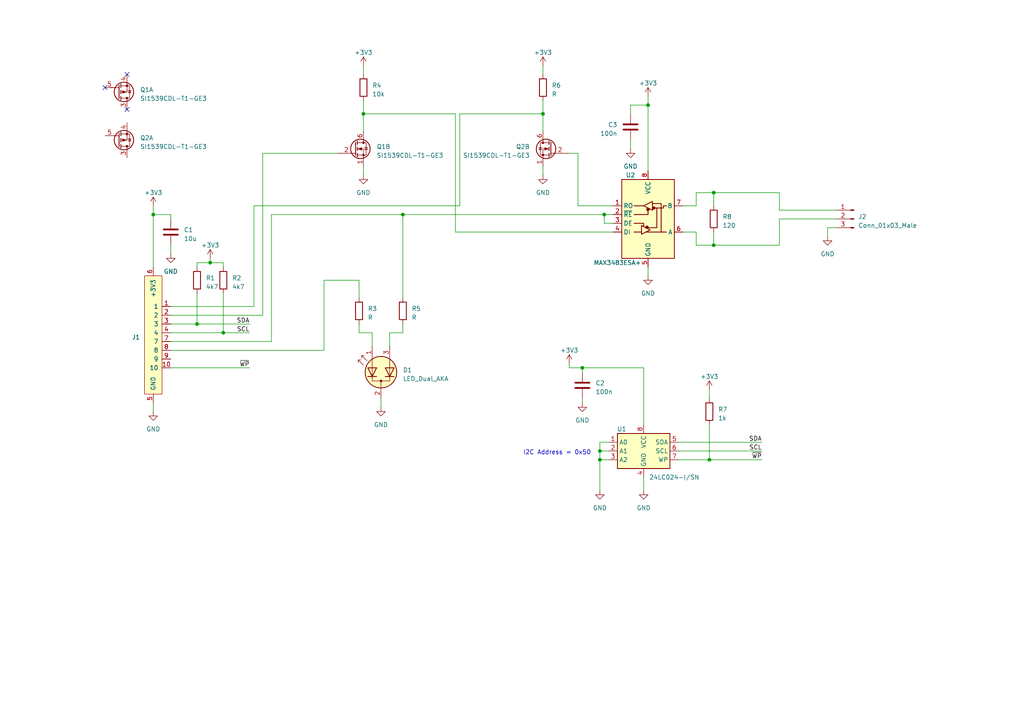
<source format=kicad_sch>
(kicad_sch (version 20210406) (generator eeschema)
  (paper "A4")
  (lib_symbols
    (symbol "Connector:Conn_01x03_Male" (pin_names (offset 1.016) hide)
      (property "Reference" "J" (at 0 5.08 0))
      (property "Value" "Conn_01x03_Male" (at 0 -5.08 0))
      (symbol "Conn_01x03_Male_1_1"
        (rectangle (start 0.8636 -2.413) (end 0 -2.667) (stroke (width 0.1524)) (fill (type outline)))
        (rectangle (start 0.8636 0.127) (end 0 -0.127) (stroke (width 0.1524)) (fill (type outline)))
        (rectangle (start 0.8636 2.667) (end 0 2.413) (stroke (width 0.1524)) (fill (type outline)))
        (polyline (pts (xy 1.27 -2.54) (xy 0.8636 -2.54)) (stroke (width 0.1524)))
        (polyline (pts (xy 1.27 0) (xy 0.8636 0)) (stroke (width 0.1524)))
        (polyline (pts (xy 1.27 2.54) (xy 0.8636 2.54)) (stroke (width 0.1524)))
        (pin passive line (at 5.08 2.54 180) (length 3.81) (name "Pin_1") (number "1"))
        (pin passive line (at 5.08 0 180) (length 3.81) (name "Pin_2") (number "2"))
        (pin passive line (at 5.08 -2.54 180) (length 3.81) (name "Pin_3") (number "3"))
      )
    )
    (symbol "Connector_WUT:Connector_PMOD_2x6_Peripheral" (pin_names (offset 1.016))
      (property "Reference" "J" (at 0 19.05 0))
      (symbol "Connector_PMOD_2x6_Peripheral_0_1"
        (rectangle (start -2.54 17.78) (end 2.54 -16.51) (fill (type background)))
      )
      (symbol "Connector_PMOD_2x6_Peripheral_1_1"
        (pin bidirectional line (at 5.08 8.89 180) (length 2.54) (name "1") (number "1"))
        (pin bidirectional line (at 5.08 -8.89 180) (length 2.54) (name "10") (number "10"))
        (pin passive line (at 0 -19.05 90) (length 2.54) hide (name "GND") (number "11"))
        (pin passive line (at 0 20.32 270) (length 2.54) hide (name "+3V3") (number "12"))
        (pin bidirectional line (at 5.08 6.35 180) (length 2.54) (name "2") (number "2"))
        (pin bidirectional line (at 5.08 3.81 180) (length 2.54) (name "3") (number "3"))
        (pin bidirectional line (at 5.08 1.27 180) (length 2.54) (name "4") (number "4"))
        (pin power_out line (at 0 -19.05 90) (length 2.54) (name "GND") (number "5"))
        (pin power_out line (at 0 20.32 270) (length 2.54) (name "+3V3") (number "6"))
        (pin bidirectional line (at 5.08 -1.27 180) (length 2.54) (name "7") (number "7"))
        (pin bidirectional line (at 5.08 -3.81 180) (length 2.54) (name "8") (number "8"))
        (pin bidirectional line (at 5.08 -6.35 180) (length 2.54) (name "9") (number "9"))
      )
    )
    (symbol "Device:C" (pin_numbers hide) (pin_names (offset 0.254))
      (property "Reference" "C" (at 0.635 2.54 0))
      (property "Value" "C" (at 0.635 -2.54 0))
      (symbol "C_0_1"
        (polyline (pts (xy -2.032 -0.762) (xy 2.032 -0.762)) (stroke (width 0.508)))
        (polyline (pts (xy -2.032 0.762) (xy 2.032 0.762)) (stroke (width 0.508)))
      )
      (symbol "C_1_1"
        (pin passive line (at 0 3.81 270) (length 2.794) (name "~") (number "1"))
        (pin passive line (at 0 -3.81 90) (length 2.794) (name "~") (number "2"))
      )
    )
    (symbol "Device:LED_Dual_AKA" (pin_names (offset 0) hide)
      (property "Reference" "D" (at 0 5.715 0))
      (property "Value" "LED_Dual_AKA" (at 0 -6.35 0))
      (symbol "LED_Dual_AKA_0_1"
        (circle (center -2.54 0) (radius 0.2794) (fill (type outline)))
        (circle (center 0 0) (radius 4.572) (stroke (width 0.254)) (fill (type background)))
        (polyline (pts (xy -4.572 0) (xy -2.54 0)))
        (polyline (pts (xy -1.27 -1.27) (xy -1.27 -3.81)) (stroke (width 0.254)))
        (polyline (pts (xy -1.27 1.27) (xy -1.27 3.81)) (stroke (width 0.254)))
        (polyline (pts (xy 3.81 -2.54) (xy 1.905 -2.54)))
        (polyline (pts (xy 3.81 2.54) (xy 1.905 2.54)))
        (polyline (pts (xy 1.27 -3.81) (xy 1.27 -1.27) (xy -1.27 -2.54) (xy 1.27 -3.81)) (stroke (width 0.254)))
        (polyline (pts (xy 1.27 1.27) (xy 1.27 3.81) (xy -1.27 2.54) (xy 1.27 1.27)) (stroke (width 0.254)))
        (polyline (pts (xy 2.032 2.54) (xy -2.54 2.54) (xy -2.54 -2.54) (xy 2.032 -2.54)))
        (polyline (pts (xy 2.032 5.08) (xy 3.556 6.604) (xy 2.794 6.604) (xy 3.556 6.604) (xy 3.556 5.842)))
        (polyline (pts (xy 3.302 4.064) (xy 4.826 5.588) (xy 4.064 5.588) (xy 4.826 5.588) (xy 4.826 4.826)))
      )
      (symbol "LED_Dual_AKA_1_1"
        (pin input line (at 7.62 2.54 180) (length 3.81) (name "A1") (number "1"))
        (pin input line (at -7.62 0 0) (length 3.048) (name "K") (number "2"))
        (pin input line (at 7.62 -2.54 180) (length 3.81) (name "A2") (number "3"))
      )
    )
    (symbol "Device:R" (pin_numbers hide) (pin_names (offset 0))
      (property "Reference" "R" (at 2.032 0 90))
      (property "Value" "R" (at 0 0 90))
      (symbol "R_0_1"
        (rectangle (start -1.016 -2.54) (end 1.016 2.54) (stroke (width 0.254)))
      )
      (symbol "R_1_1"
        (pin passive line (at 0 3.81 270) (length 1.27) (name "~") (number "1"))
        (pin passive line (at 0 -3.81 90) (length 1.27) (name "~") (number "2"))
      )
    )
    (symbol "FET_WUT:SI1539CDL-T1-GE3" (pin_names (offset 1.016))
      (property "Reference" "Q" (at 2.54 2.54 0))
      (property "Value" "SI1539CDL-T1-GE3" (at 11.43 -2.54 0))
      (symbol "SI1539CDL-T1-GE3_1_1"
        (circle (center -0.889 0) (radius 2.8194) (stroke (width 0.254)))
        (circle (center 0 -1.778) (radius 0.2794) (fill (type outline)))
        (circle (center 0 1.778) (radius 0.2794) (fill (type outline)))
        (polyline (pts (xy -5.08 1.27) (xy -2.286 1.27)))
        (polyline (pts (xy -1.778 -2.286) (xy -1.778 -1.27)) (stroke (width 0.254)))
        (polyline (pts (xy -1.778 -1.778) (xy 0 -1.778)))
        (polyline (pts (xy -1.778 -0.508) (xy -1.778 0.508)) (stroke (width 0.254)))
        (polyline (pts (xy -1.778 0) (xy 0 0)))
        (polyline (pts (xy -1.778 1.27) (xy -1.778 2.286)) (stroke (width 0.254)))
        (polyline (pts (xy -1.778 1.778) (xy 0 1.778)))
        (polyline (pts (xy 0 -2.54) (xy 0 -1.778)))
        (polyline (pts (xy 0 1.778) (xy 0 0)))
        (polyline (pts (xy 0 1.778) (xy 0 2.54)))
        (polyline (pts (xy -2.286 -1.905) (xy -2.286 1.905) (xy -2.286 1.905)) (stroke (width 0.254)))
        (polyline (pts (xy 0 1.778) (xy 0.762 1.778) (xy 0.762 -1.778) (xy 0 -1.778)))
        (polyline (pts (xy 0.254 0.508) (xy 0.381 0.381) (xy 1.143 0.381) (xy 1.27 0.254)))
        (polyline (pts (xy 0.762 0.381) (xy 0.381 -0.254) (xy 1.143 -0.254) (xy 0.762 0.381)))
        (polyline (pts (xy -0.254 0) (xy -1.27 0.381) (xy -1.27 -0.381) (xy -0.254 0)) (fill (type outline)))
        (pin passive line (at 0 -5.08 90) (length 2.54) (name "~") (number "3"))
        (pin passive line (at 0 5.08 270) (length 2.54) (name "~") (number "4"))
        (pin input line (at -6.35 1.27 0) (length 2.54) (name "~") (number "5"))
      )
      (symbol "SI1539CDL-T1-GE3_2_1"
        (circle (center -0.889 0) (radius 2.8194) (stroke (width 0.254)))
        (circle (center 0 -1.778) (radius 0.2794) (fill (type outline)))
        (circle (center 0 1.778) (radius 0.2794) (fill (type outline)))
        (polyline (pts (xy -1.778 -1.778) (xy 0 -1.778)))
        (polyline (pts (xy -1.778 -1.27) (xy -1.778 -2.286)) (stroke (width 0.254)))
        (polyline (pts (xy -1.778 0) (xy 0 0)))
        (polyline (pts (xy -1.778 0.508) (xy -1.778 -0.508)) (stroke (width 0.254)))
        (polyline (pts (xy -1.778 1.778) (xy 0 1.778)))
        (polyline (pts (xy -1.778 2.286) (xy -1.778 1.27)) (stroke (width 0.254)))
        (polyline (pts (xy 0 -1.778) (xy 0 -2.54)))
        (polyline (pts (xy 0 -1.778) (xy 0 0)))
        (polyline (pts (xy 0 2.54) (xy 0 1.778)))
        (polyline (pts (xy -2.286 1.905) (xy -2.286 -1.905) (xy -2.286 -1.905)) (stroke (width 0.254)))
        (polyline (pts (xy 0 -1.778) (xy 0.762 -1.778) (xy 0.762 1.778) (xy 0 1.778)))
        (polyline (pts (xy 0.254 0.508) (xy 0.381 0.381) (xy 1.143 0.381) (xy 1.27 0.254)))
        (polyline (pts (xy 0.762 0.381) (xy 0.381 -0.254) (xy 1.143 -0.254) (xy 0.762 0.381)))
        (polyline (pts (xy -1.524 0) (xy -0.508 0.381) (xy -0.508 -0.381) (xy -1.524 0)) (fill (type outline)))
        (pin passive line (at 0 -5.08 90) (length 2.54) (name "~") (number "1"))
        (pin input line (at -7.62 -1.27 0) (length 5.334) (name "~") (number "2"))
        (pin passive line (at 0 5.08 270) (length 2.54) (name "~") (number "6"))
      )
    )
    (symbol "Interface_UART:MAX3483"
      (property "Reference" "U" (at -6.096 11.43 0))
      (property "Value" "MAX3483" (at 0.762 11.43 0))
      (symbol "MAX3483_0_1"
        (circle (center -0.3048 -3.683) (radius 0.3556) (stroke (width 0.254)) (fill (type outline)))
        (circle (center -0.0254 1.4986) (radius 0.3556) (stroke (width 0.254)) (fill (type outline)))
        (circle (center 1.651 1.905) (radius 0.3556) (stroke (width 0.254)) (fill (type outline)))
        (rectangle (start 1.27 3.175) (end 1.27 3.175))
        (rectangle (start -7.62 10.16) (end 7.62 -12.7) (stroke (width 0.254)) (fill (type background)))
        (polyline (pts (xy -4.064 -5.08) (xy -1.905 -5.08)) (stroke (width 0.254)))
        (polyline (pts (xy -4.064 2.54) (xy -1.27 2.54)) (stroke (width 0.254)))
        (polyline (pts (xy -1.27 -3.2004) (xy -1.27 -3.4544)) (stroke (width 0.254)))
        (polyline (pts (xy -0.635 -5.08) (xy 5.334 -5.08)) (stroke (width 0.254)))
        (polyline (pts (xy -4.064 -2.54) (xy -1.27 -2.54) (xy -1.27 -3.175)) (stroke (width 0.254)))
        (polyline (pts (xy 0 1.27) (xy 0 0) (xy -4.064 0)) (stroke (width 0.254)))
        (polyline (pts (xy 1.27 3.175) (xy 3.81 3.175) (xy 3.81 -5.08)) (stroke (width 0.254)))
        (polyline (pts (xy 2.54 1.905) (xy 2.54 -3.81) (xy 0 -3.81)) (stroke (width 0.254)))
        (polyline (pts (xy -1.905 -3.175) (xy -1.905 -5.715) (xy 0.635 -4.445) (xy -1.905 -3.175)) (stroke (width 0.254)))
        (polyline (pts (xy -1.27 2.54) (xy 1.27 3.81) (xy 1.27 1.27) (xy -1.27 2.54)) (stroke (width 0.254)))
        (polyline (pts (xy 1.905 1.905) (xy 4.445 1.905) (xy 4.445 2.54) (xy 5.334 2.54)) (stroke (width 0.254)))
      )
      (symbol "MAX3483_1_1"
        (pin output line (at -10.16 2.54 0) (length 2.54) (name "RO") (number "1"))
        (pin input line (at -10.16 0 0) (length 2.54) (name "~RE") (number "2"))
        (pin input line (at -10.16 -2.54 0) (length 2.54) (name "DE") (number "3"))
        (pin input line (at -10.16 -5.08 0) (length 2.54) (name "DI") (number "4"))
        (pin power_in line (at 0 -15.24 90) (length 2.54) (name "GND") (number "5"))
        (pin bidirectional line (at 10.16 -5.08 180) (length 2.54) (name "A") (number "6"))
        (pin bidirectional line (at 10.16 2.54 180) (length 2.54) (name "B") (number "7"))
        (pin power_in line (at 0 12.7 270) (length 2.54) (name "VCC") (number "8"))
      )
    )
    (symbol "Memory_EEPROM:24LC02"
      (property "Reference" "U" (at -6.35 6.35 0))
      (property "Value" "24LC02" (at 1.27 6.35 0))
      (symbol "24LC02_1_1"
        (rectangle (start -7.62 5.08) (end 7.62 -5.08) (stroke (width 0.254)) (fill (type background)))
        (pin input line (at -10.16 2.54 0) (length 2.54) (name "A0") (number "1"))
        (pin input line (at -10.16 0 0) (length 2.54) (name "A1") (number "2"))
        (pin input line (at -10.16 -2.54 0) (length 2.54) (name "A2") (number "3"))
        (pin power_in line (at 0 -7.62 90) (length 2.54) (name "GND") (number "4"))
        (pin bidirectional line (at 10.16 2.54 180) (length 2.54) (name "SDA") (number "5"))
        (pin input line (at 10.16 0 180) (length 2.54) (name "SCL") (number "6"))
        (pin input line (at 10.16 -2.54 180) (length 2.54) (name "WP") (number "7"))
        (pin power_in line (at 0 7.62 270) (length 2.54) (name "VCC") (number "8"))
      )
    )
    (symbol "power:+3.3V" (power) (pin_names (offset 0))
      (property "Value" "+3.3V" (at 0 3.556 0))
      (symbol "+3.3V_0_1"
        (polyline (pts (xy -0.762 1.27) (xy 0 2.54)))
        (polyline (pts (xy 0 0) (xy 0 2.54)))
        (polyline (pts (xy 0 2.54) (xy 0.762 1.27)))
      )
      (symbol "+3.3V_1_1"
        (pin power_in line (at 0 0 90) (length 0) hide (name "+3V3") (number "1"))
      )
    )
    (symbol "power:+3V3" (power) (pin_names (offset 0))
      (property "Value" "+3V3" (at 0 3.556 0))
      (symbol "+3V3_0_1"
        (polyline (pts (xy -0.762 1.27) (xy 0 2.54)))
        (polyline (pts (xy 0 0) (xy 0 2.54)))
        (polyline (pts (xy 0 2.54) (xy 0.762 1.27)))
      )
      (symbol "+3V3_1_1"
        (pin power_in line (at 0 0 90) (length 0) hide (name "+3V3") (number "1"))
      )
    )
    (symbol "power:GND" (power) (pin_names (offset 0))
      (property "Value" "GND" (at 0 -3.81 0))
      (symbol "GND_0_1"
        (polyline (pts (xy 0 0) (xy 0 -1.27) (xy 1.27 -1.27) (xy 0 -2.54) (xy -1.27 -1.27) (xy 0 -1.27)))
      )
      (symbol "GND_1_1"
        (pin power_in line (at 0 0 270) (length 0) hide (name "GND") (number "1"))
      )
    )
  )
  (junction (at 44.45 62.23) (diameter 0.9144))
  (junction (at 57.15 93.98) (diameter 0.9144))
  (junction (at 60.96 76.2) (diameter 0.9144))
  (junction (at 64.77 96.52) (diameter 0.9144))
  (junction (at 105.41 33.02) (diameter 0.9144))
  (junction (at 116.84 62.23) (diameter 0.9144))
  (junction (at 157.48 33.02) (diameter 0.9144))
  (junction (at 168.91 106.68) (diameter 0.9144))
  (junction (at 173.99 130.81) (diameter 0.9144))
  (junction (at 173.99 133.35) (diameter 0.9144))
  (junction (at 175.26 62.23) (diameter 0.9144))
  (junction (at 187.96 30.48) (diameter 0.9144))
  (junction (at 205.74 133.35) (diameter 0.9144))
  (junction (at 207.01 55.88) (diameter 0.9144))
  (junction (at 207.01 71.12) (diameter 0.9144))
  (no_connect (at 30.48 25.4))
  (no_connect (at 36.83 21.59))
  (no_connect (at 36.83 31.75))
  (wire (pts (xy 44.45 59.69) (xy 44.45 62.23)))
  (wire (pts (xy 44.45 62.23) (xy 44.45 77.47)))
  (wire (pts (xy 44.45 62.23) (xy 49.53 62.23)))
  (wire (pts (xy 44.45 116.84) (xy 44.45 119.38)))
  (wire (pts (xy 49.53 63.5) (xy 49.53 62.23)))
  (wire (pts (xy 49.53 71.12) (xy 49.53 73.66)))
  (wire (pts (xy 49.53 91.44) (xy 76.2 91.44)))
  (wire (pts (xy 49.53 93.98) (xy 57.15 93.98)))
  (wire (pts (xy 49.53 96.52) (xy 64.77 96.52)))
  (wire (pts (xy 49.53 99.06) (xy 78.74 99.06)))
  (wire (pts (xy 49.53 101.6) (xy 93.98 101.6)))
  (wire (pts (xy 49.53 106.68) (xy 72.39 106.68)))
  (wire (pts (xy 57.15 76.2) (xy 60.96 76.2)))
  (wire (pts (xy 57.15 77.47) (xy 57.15 76.2)))
  (wire (pts (xy 57.15 85.09) (xy 57.15 93.98)))
  (wire (pts (xy 57.15 93.98) (xy 72.39 93.98)))
  (wire (pts (xy 60.96 74.93) (xy 60.96 76.2)))
  (wire (pts (xy 60.96 76.2) (xy 64.77 76.2)))
  (wire (pts (xy 64.77 76.2) (xy 64.77 77.47)))
  (wire (pts (xy 64.77 85.09) (xy 64.77 96.52)))
  (wire (pts (xy 64.77 96.52) (xy 72.39 96.52)))
  (wire (pts (xy 73.66 59.69) (xy 73.66 88.9)))
  (wire (pts (xy 73.66 59.69) (xy 133.35 59.69)))
  (wire (pts (xy 73.66 88.9) (xy 49.53 88.9)))
  (wire (pts (xy 76.2 44.45) (xy 76.2 91.44)))
  (wire (pts (xy 78.74 62.23) (xy 116.84 62.23)))
  (wire (pts (xy 78.74 99.06) (xy 78.74 62.23)))
  (wire (pts (xy 93.98 81.28) (xy 104.14 81.28)))
  (wire (pts (xy 93.98 101.6) (xy 93.98 81.28)))
  (wire (pts (xy 97.79 44.45) (xy 76.2 44.45)))
  (wire (pts (xy 104.14 81.28) (xy 104.14 86.36)))
  (wire (pts (xy 104.14 93.98) (xy 104.14 96.52)))
  (wire (pts (xy 105.41 19.05) (xy 105.41 21.59)))
  (wire (pts (xy 105.41 29.21) (xy 105.41 33.02)))
  (wire (pts (xy 105.41 33.02) (xy 105.41 38.1)))
  (wire (pts (xy 105.41 33.02) (xy 132.08 33.02)))
  (wire (pts (xy 105.41 48.26) (xy 105.41 50.8)))
  (wire (pts (xy 107.95 96.52) (xy 104.14 96.52)))
  (wire (pts (xy 107.95 100.33) (xy 107.95 96.52)))
  (wire (pts (xy 110.49 115.57) (xy 110.49 118.11)))
  (wire (pts (xy 113.03 96.52) (xy 116.84 96.52)))
  (wire (pts (xy 113.03 100.33) (xy 113.03 96.52)))
  (wire (pts (xy 116.84 62.23) (xy 116.84 86.36)))
  (wire (pts (xy 116.84 62.23) (xy 175.26 62.23)))
  (wire (pts (xy 116.84 93.98) (xy 116.84 96.52)))
  (wire (pts (xy 132.08 33.02) (xy 132.08 67.31)))
  (wire (pts (xy 132.08 67.31) (xy 177.8 67.31)))
  (wire (pts (xy 133.35 33.02) (xy 157.48 33.02)))
  (wire (pts (xy 133.35 59.69) (xy 133.35 33.02)))
  (wire (pts (xy 157.48 19.05) (xy 157.48 21.59)))
  (wire (pts (xy 157.48 29.21) (xy 157.48 33.02)))
  (wire (pts (xy 157.48 33.02) (xy 157.48 38.1)))
  (wire (pts (xy 157.48 48.26) (xy 157.48 50.8)))
  (wire (pts (xy 165.1 105.41) (xy 165.1 106.68)))
  (wire (pts (xy 165.1 106.68) (xy 168.91 106.68)))
  (wire (pts (xy 167.64 44.45) (xy 165.1 44.45)))
  (wire (pts (xy 167.64 59.69) (xy 167.64 44.45)))
  (wire (pts (xy 168.91 106.68) (xy 168.91 107.95)))
  (wire (pts (xy 168.91 106.68) (xy 186.69 106.68)))
  (wire (pts (xy 168.91 115.57) (xy 168.91 116.84)))
  (wire (pts (xy 173.99 128.27) (xy 173.99 130.81)))
  (wire (pts (xy 173.99 128.27) (xy 176.53 128.27)))
  (wire (pts (xy 173.99 130.81) (xy 173.99 133.35)))
  (wire (pts (xy 173.99 130.81) (xy 176.53 130.81)))
  (wire (pts (xy 173.99 133.35) (xy 173.99 142.24)))
  (wire (pts (xy 173.99 133.35) (xy 176.53 133.35)))
  (wire (pts (xy 175.26 62.23) (xy 175.26 64.77)))
  (wire (pts (xy 175.26 64.77) (xy 177.8 64.77)))
  (wire (pts (xy 177.8 59.69) (xy 167.64 59.69)))
  (wire (pts (xy 177.8 62.23) (xy 175.26 62.23)))
  (wire (pts (xy 182.88 33.02) (xy 182.88 30.48)))
  (wire (pts (xy 182.88 40.64) (xy 182.88 43.18)))
  (wire (pts (xy 186.69 106.68) (xy 186.69 123.19)))
  (wire (pts (xy 186.69 138.43) (xy 186.69 142.24)))
  (wire (pts (xy 187.96 27.94) (xy 187.96 30.48)))
  (wire (pts (xy 187.96 30.48) (xy 182.88 30.48)))
  (wire (pts (xy 187.96 30.48) (xy 187.96 49.53)))
  (wire (pts (xy 187.96 77.47) (xy 187.96 80.01)))
  (wire (pts (xy 196.85 128.27) (xy 220.98 128.27)))
  (wire (pts (xy 196.85 130.81) (xy 220.98 130.81)))
  (wire (pts (xy 196.85 133.35) (xy 205.74 133.35)))
  (wire (pts (xy 198.12 59.69) (xy 201.93 59.69)))
  (wire (pts (xy 201.93 55.88) (xy 201.93 59.69)))
  (wire (pts (xy 201.93 67.31) (xy 198.12 67.31)))
  (wire (pts (xy 201.93 67.31) (xy 201.93 71.12)))
  (wire (pts (xy 201.93 71.12) (xy 207.01 71.12)))
  (wire (pts (xy 205.74 113.03) (xy 205.74 115.57)))
  (wire (pts (xy 205.74 123.19) (xy 205.74 133.35)))
  (wire (pts (xy 205.74 133.35) (xy 220.98 133.35)))
  (wire (pts (xy 207.01 55.88) (xy 201.93 55.88)))
  (wire (pts (xy 207.01 55.88) (xy 226.06 55.88)))
  (wire (pts (xy 207.01 59.69) (xy 207.01 55.88)))
  (wire (pts (xy 207.01 67.31) (xy 207.01 71.12)))
  (wire (pts (xy 226.06 55.88) (xy 226.06 60.96)))
  (wire (pts (xy 226.06 60.96) (xy 242.57 60.96)))
  (wire (pts (xy 226.06 63.5) (xy 226.06 71.12)))
  (wire (pts (xy 226.06 71.12) (xy 207.01 71.12)))
  (wire (pts (xy 240.03 66.04) (xy 240.03 68.58)))
  (wire (pts (xy 242.57 63.5) (xy 226.06 63.5)))
  (wire (pts (xy 242.57 66.04) (xy 240.03 66.04)))
  (text "I2C Address = 0x50" (at 171.45 132.08 180) (effects (font (size 1.27 1.27)) (justify right bottom)))
  (label "SDA" (at 72.39 93.98 180))
  (label "SCL" (at 72.39 96.52 180))
  (label "~WP" (at 72.39 106.68 180))
  (label "SDA" (at 220.98 128.27 180))
  (label "SCL" (at 220.98 130.81 180))
  (label "~WP" (at 220.98 133.35 180))
  (symbol (lib_id "power:+3.3V") (at 44.45 59.69 0) (mirror y) (unit 1)
    (property "Reference" "#PWR01" (effects hide))
    (property "Value" "+3.3V" (at 44.45 55.88 0))
  )
  (symbol (lib_id "power:+3.3V") (at 60.96 74.93 0) (unit 1)
    (property "Reference" "#PWR04" (effects hide))
    (property "Value" "+3.3V" (at 60.96 71.12 0))
  )
  (symbol (lib_id "power:+3.3V") (at 105.41 19.05 0) (unit 1)
    (property "Reference" "#PWR05" (effects hide))
    (property "Value" "+3.3V" (at 105.41 15.24 0))
  )
  (symbol (lib_id "power:+3.3V") (at 157.48 19.05 0) (unit 1)
    (property "Reference" "#PWR08" (effects hide))
    (property "Value" "+3.3V" (at 157.48 15.24 0))
  )
  (symbol (lib_id "power:+3V3") (at 165.1 105.41 0) (unit 1)
    (property "Reference" "#PWR010" (effects hide))
    (property "Value" "+3V3" (at 165.1 101.6 0))
  )
  (symbol (lib_id "power:+3.3V") (at 187.96 27.94 0) (mirror y) (unit 1)
    (property "Reference" "#PWR015" (effects hide))
    (property "Value" "+3.3V" (at 187.96 24.13 0))
  )
  (symbol (lib_id "power:+3.3V") (at 205.74 113.03 0) (unit 1)
    (property "Reference" "#PWR017" (effects hide))
    (property "Value" "+3.3V" (at 205.74 109.22 0))
  )
  (symbol (lib_id "power:GND") (at 44.45 119.38 0) (unit 1)
    (property "Reference" "#PWR02" (effects hide))
    (property "Value" "GND" (at 44.45 124.46 0))
  )
  (symbol (lib_id "power:GND") (at 49.53 73.66 0) (unit 1)
    (property "Reference" "#PWR03" (effects hide))
    (property "Value" "GND" (at 49.53 78.74 0))
  )
  (symbol (lib_id "power:GND") (at 105.41 50.8 0) (unit 1)
    (property "Reference" "#PWR06" (effects hide))
    (property "Value" "GND" (at 105.41 55.88 0))
  )
  (symbol (lib_id "power:GND") (at 110.49 118.11 0) (unit 1)
    (property "Reference" "#PWR07" (effects hide))
    (property "Value" "GND" (at 110.49 123.19 0))
  )
  (symbol (lib_id "power:GND") (at 157.48 50.8 0) (unit 1)
    (property "Reference" "#PWR09" (effects hide))
    (property "Value" "GND" (at 157.48 55.88 0))
  )
  (symbol (lib_id "power:GND") (at 168.91 116.84 0) (unit 1)
    (property "Reference" "#PWR011" (effects hide))
    (property "Value" "GND" (at 168.91 121.92 0))
  )
  (symbol (lib_id "power:GND") (at 173.99 142.24 0) (unit 1)
    (property "Reference" "#PWR012" (effects hide))
    (property "Value" "GND" (at 173.99 147.32 0))
  )
  (symbol (lib_id "power:GND") (at 182.88 43.18 0) (mirror y) (unit 1)
    (property "Reference" "#PWR013" (effects hide))
    (property "Value" "GND" (at 182.88 48.26 0))
  )
  (symbol (lib_id "power:GND") (at 186.69 142.24 0) (unit 1)
    (property "Reference" "#PWR014" (effects hide))
    (property "Value" "GND" (at 186.69 147.32 0))
  )
  (symbol (lib_id "power:GND") (at 187.96 80.01 0) (unit 1)
    (property "Reference" "#PWR016" (effects hide))
    (property "Value" "GND" (at 187.96 85.09 0))
  )
  (symbol (lib_id "power:GND") (at 240.03 68.58 0) (unit 1)
    (property "Reference" "#PWR018" (effects hide))
    (property "Value" "GND" (at 240.03 73.66 0))
  )
  (symbol (lib_id "Device:R") (at 57.15 81.28 0) (unit 1)
    (property "Reference" "R1" (at 59.69 80.6449 0) (effects (justify left)))
    (property "Value" "4k7" (at 59.69 83.1849 0) (effects (justify left)))
    (property "Footprint" "Resistor_SMD:R_0603_1608Metric" (effects hide))
  )
  (symbol (lib_id "Device:R") (at 64.77 81.28 0) (unit 1)
    (property "Reference" "R2" (at 67.31 80.6449 0) (effects (justify left)))
    (property "Value" "4k7" (at 67.31 83.1849 0) (effects (justify left)))
    (property "Footprint" "Resistor_SMD:R_0603_1608Metric" (effects hide))
  )
  (symbol (lib_id "Device:R") (at 104.14 90.17 0) (unit 1)
    (property "Reference" "R3" (at 106.68 89.5349 0) (effects (justify left)))
    (property "Value" "R" (at 106.68 92.0749 0) (effects (justify left)))
    (property "Footprint" "Resistor_SMD:R_0603_1608Metric" (effects hide))
  )
  (symbol (lib_id "Device:R") (at 105.41 25.4 0) (unit 1)
    (property "Reference" "R4" (at 107.95 24.7649 0) (effects (justify left)))
    (property "Value" "10k" (at 107.95 27.3049 0) (effects (justify left)))
    (property "Footprint" "Resistor_SMD:R_0603_1608Metric" (effects hide))
  )
  (symbol (lib_id "Device:R") (at 116.84 90.17 0) (unit 1)
    (property "Reference" "R5" (at 119.38 89.5349 0) (effects (justify left)))
    (property "Value" "R" (at 119.38 92.0749 0) (effects (justify left)))
    (property "Footprint" "Resistor_SMD:R_0603_1608Metric" (effects hide))
  )
  (symbol (lib_id "Device:R") (at 157.48 25.4 0) (unit 1)
    (property "Reference" "R6" (at 160.02 24.7649 0) (effects (justify left)))
    (property "Value" "R" (at 160.02 27.3049 0) (effects (justify left)))
    (property "Footprint" "Resistor_SMD:R_0603_1608Metric" (effects hide))
  )
  (symbol (lib_id "Device:R") (at 205.74 119.38 0) (unit 1)
    (property "Reference" "R7" (at 208.28 118.7449 0) (effects (justify left)))
    (property "Value" "1k" (at 208.28 121.2849 0) (effects (justify left)))
    (property "Footprint" "Resistor_SMD:R_0603_1608Metric" (effects hide))
  )
  (symbol (lib_id "Device:R") (at 207.01 63.5 0) (unit 1)
    (property "Reference" "R8" (at 209.55 62.8649 0) (effects (justify left)))
    (property "Value" "120" (at 209.55 65.4049 0) (effects (justify left)))
    (property "Footprint" "Resistor_SMD:R_0603_1608Metric" (effects hide))
  )
  (symbol (lib_id "Connector:Conn_01x03_Male") (at 247.65 63.5 0) (mirror y) (unit 1)
    (property "Reference" "J2" (at 248.92 62.8649 0) (effects (justify right)))
    (property "Value" "Conn_01x03_Male" (at 248.92 65.4049 0) (effects (justify right)))
    (property "Footprint" "Connector_JST:JST_PH_B3B-PH-K_1x03_P2.00mm_Vertical" (effects hide))
  )
  (symbol (lib_id "Device:C") (at 49.53 67.31 0) (unit 1)
    (property "Reference" "C1" (at 53.34 66.6749 0) (effects (justify left)))
    (property "Value" "10u" (at 53.34 69.2149 0) (effects (justify left)))
    (property "Footprint" "Capacitor_SMD:C_0603_1608Metric" (effects hide))
  )
  (symbol (lib_id "Device:C") (at 168.91 111.76 0) (unit 1)
    (property "Reference" "C2" (at 172.72 111.1249 0) (effects (justify left)))
    (property "Value" "100n" (at 172.72 113.6649 0) (effects (justify left)))
    (property "Footprint" "Capacitor_SMD:C_0402_1005Metric" (effects hide))
  )
  (symbol (lib_id "Device:C") (at 182.88 36.83 0) (mirror y) (unit 1)
    (property "Reference" "C3" (at 179.07 36.1949 0) (effects (justify left)))
    (property "Value" "100n" (at 179.07 38.7349 0) (effects (justify left)))
    (property "Footprint" "Capacitor_SMD:C_0402_1005Metric" (effects hide))
  )
  (symbol (lib_id "FET_WUT:SI1539CDL-T1-GE3") (at 36.83 26.67 0) (unit 1)
    (property "Reference" "Q1" (at 40.64 26.0349 0) (effects (justify left)))
    (property "Value" "SI1539CDL-T1-GE3" (at 40.64 28.5749 0) (effects (justify left)))
    (property "Footprint" "Package_TO_SOT_SMD:SOT-363_SC-70-6" (effects hide))
    (property "Datasheet" "http://www.farnell.com/datasheets/2046888.pdf?_ga=2.10385267.757253015.1566033402-1939168838.1503764787&_gac=1.194507103.1566045244.Cj0KCQjwy97qBRDoARIsAITONTJuV5xFoCHf_GI1a48CAr1bhcTG8MWnV8MNsj2BZU5FrIPf5CF8XT8aAi5HEALw_wcB" (effects hide))
  )
  (symbol (lib_id "FET_WUT:SI1539CDL-T1-GE3") (at 36.83 40.64 0) (unit 1)
    (property "Reference" "Q2" (at 40.64 40.0049 0) (effects (justify left)))
    (property "Value" "SI1539CDL-T1-GE3" (at 40.64 42.5449 0) (effects (justify left)))
    (property "Footprint" "Package_TO_SOT_SMD:SOT-363_SC-70-6" (effects hide))
    (property "Datasheet" "http://www.farnell.com/datasheets/2046888.pdf?_ga=2.10385267.757253015.1566033402-1939168838.1503764787&_gac=1.194507103.1566045244.Cj0KCQjwy97qBRDoARIsAITONTJuV5xFoCHf_GI1a48CAr1bhcTG8MWnV8MNsj2BZU5FrIPf5CF8XT8aAi5HEALw_wcB" (effects hide))
  )
  (symbol (lib_id "FET_WUT:SI1539CDL-T1-GE3") (at 105.41 43.18 0) (unit 2)
    (property "Reference" "Q1" (at 109.22 42.5449 0) (effects (justify left)))
    (property "Value" "SI1539CDL-T1-GE3" (at 109.22 45.0849 0) (effects (justify left)))
    (property "Footprint" "Package_TO_SOT_SMD:SOT-363_SC-70-6" (effects hide))
    (property "Datasheet" "http://www.farnell.com/datasheets/2046888.pdf?_ga=2.10385267.757253015.1566033402-1939168838.1503764787&_gac=1.194507103.1566045244.Cj0KCQjwy97qBRDoARIsAITONTJuV5xFoCHf_GI1a48CAr1bhcTG8MWnV8MNsj2BZU5FrIPf5CF8XT8aAi5HEALw_wcB" (effects hide))
  )
  (symbol (lib_id "FET_WUT:SI1539CDL-T1-GE3") (at 157.48 43.18 0) (mirror y) (unit 2)
    (property "Reference" "Q2" (at 153.67 42.5449 0) (effects (justify left)))
    (property "Value" "SI1539CDL-T1-GE3" (at 153.67 45.0849 0) (effects (justify left)))
    (property "Footprint" "Package_TO_SOT_SMD:SOT-363_SC-70-6" (effects hide))
    (property "Datasheet" "http://www.farnell.com/datasheets/2046888.pdf?_ga=2.10385267.757253015.1566033402-1939168838.1503764787&_gac=1.194507103.1566045244.Cj0KCQjwy97qBRDoARIsAITONTJuV5xFoCHf_GI1a48CAr1bhcTG8MWnV8MNsj2BZU5FrIPf5CF8XT8aAi5HEALw_wcB" (effects hide))
  )
  (symbol (lib_id "Device:LED_Dual_AKA") (at 110.49 107.95 90) (unit 1)
    (property "Reference" "D1" (at 116.84 107.3149 90) (effects (justify right)))
    (property "Value" "LED_Dual_AKA" (at 116.84 109.8549 90) (effects (justify right)))
    (property "Footprint" "LED_THT:LED_D5.0mm-3" (effects hide))
  )
  (symbol (lib_id "Connector_WUT:Connector_PMOD_2x6_Peripheral") (at 44.45 97.79 0) (unit 1)
    (property "Reference" "J1" (at 40.64 97.7899 0) (effects (justify right)))
    (property "Value" "Connector_PMOD_2x6_Peripheral" (effects hide))
    (property "Footprint" "Connector_WUT:PMOD_Wurth_61301221021_Horizontal" (effects hide))
  )
  (symbol (lib_id "Memory_EEPROM:24LC02") (at 186.69 130.81 0) (unit 1)
    (property "Reference" "U1" (at 180.34 124.46 0))
    (property "Value" "24LC024-I/SN" (at 195.58 138.43 0))
    (property "Footprint" "Package_SO:SO-8_3.9x4.9mm_P1.27mm" (effects hide))
    (property "Datasheet" "http://ww1.microchip.com/downloads/en/DeviceDoc/21709c.pdf" (effects hide))
  )
  (symbol (lib_id "Interface_UART:MAX3483") (at 187.96 62.23 0) (unit 1)
    (property "Reference" "U2" (at 182.88 50.8 0))
    (property "Value" "MAX3483ESA+" (at 179.07 76.2 0))
    (property "Footprint" "Package_SO:SO-8_3.9x4.9mm_P1.27mm" (effects hide))
    (property "Datasheet" "https://datasheets.maximintegrated.com/en/ds/MAX3483-MAX3491.pdf" (effects hide))
  )
)
</source>
